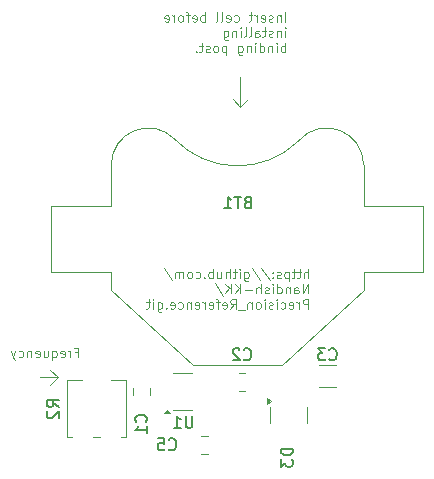
<source format=gbr>
%TF.GenerationSoftware,KiCad,Pcbnew,9.0.0*%
%TF.CreationDate,2025-07-13T02:11:53+05:30*%
%TF.ProjectId,REF03,52454630-332e-46b6-9963-61645f706362,rev?*%
%TF.SameCoordinates,Original*%
%TF.FileFunction,Legend,Bot*%
%TF.FilePolarity,Positive*%
%FSLAX46Y46*%
G04 Gerber Fmt 4.6, Leading zero omitted, Abs format (unit mm)*
G04 Created by KiCad (PCBNEW 9.0.0) date 2025-07-13 02:11:53*
%MOMM*%
%LPD*%
G01*
G04 APERTURE LIST*
%ADD10C,0.100000*%
%ADD11C,0.150000*%
%ADD12C,0.120000*%
G04 APERTURE END LIST*
D10*
X-15227300Y-10807700D02*
X-15862300Y-10172700D01*
X254000Y12128500D02*
X889000Y12763500D01*
X-16719550Y-10807700D02*
X-15227300Y-10807700D01*
X889000Y12763500D02*
X254000Y12128500D01*
X-15862300Y-10172700D02*
X-15227300Y-10807700D01*
X-15227300Y-10807700D02*
X-15862300Y-11442700D01*
X254000Y12128500D02*
X-381000Y12763500D01*
X254000Y14605000D02*
X254000Y12128500D01*
X-381000Y12763500D02*
X254000Y12128500D01*
X-15862300Y-11442700D02*
X-15227300Y-10807700D01*
X4061734Y19316014D02*
X4061734Y20116014D01*
X3680782Y19849348D02*
X3680782Y19316014D01*
X3680782Y19773157D02*
X3642687Y19811252D01*
X3642687Y19811252D02*
X3566497Y19849348D01*
X3566497Y19849348D02*
X3452211Y19849348D01*
X3452211Y19849348D02*
X3376020Y19811252D01*
X3376020Y19811252D02*
X3337925Y19735062D01*
X3337925Y19735062D02*
X3337925Y19316014D01*
X2995068Y19354110D02*
X2918877Y19316014D01*
X2918877Y19316014D02*
X2766496Y19316014D01*
X2766496Y19316014D02*
X2690306Y19354110D01*
X2690306Y19354110D02*
X2652210Y19430300D01*
X2652210Y19430300D02*
X2652210Y19468395D01*
X2652210Y19468395D02*
X2690306Y19544586D01*
X2690306Y19544586D02*
X2766496Y19582681D01*
X2766496Y19582681D02*
X2880782Y19582681D01*
X2880782Y19582681D02*
X2956972Y19620776D01*
X2956972Y19620776D02*
X2995068Y19696967D01*
X2995068Y19696967D02*
X2995068Y19735062D01*
X2995068Y19735062D02*
X2956972Y19811252D01*
X2956972Y19811252D02*
X2880782Y19849348D01*
X2880782Y19849348D02*
X2766496Y19849348D01*
X2766496Y19849348D02*
X2690306Y19811252D01*
X2004591Y19354110D02*
X2080782Y19316014D01*
X2080782Y19316014D02*
X2233163Y19316014D01*
X2233163Y19316014D02*
X2309353Y19354110D01*
X2309353Y19354110D02*
X2347449Y19430300D01*
X2347449Y19430300D02*
X2347449Y19735062D01*
X2347449Y19735062D02*
X2309353Y19811252D01*
X2309353Y19811252D02*
X2233163Y19849348D01*
X2233163Y19849348D02*
X2080782Y19849348D01*
X2080782Y19849348D02*
X2004591Y19811252D01*
X2004591Y19811252D02*
X1966496Y19735062D01*
X1966496Y19735062D02*
X1966496Y19658871D01*
X1966496Y19658871D02*
X2347449Y19582681D01*
X1623639Y19316014D02*
X1623639Y19849348D01*
X1623639Y19696967D02*
X1585544Y19773157D01*
X1585544Y19773157D02*
X1547449Y19811252D01*
X1547449Y19811252D02*
X1471258Y19849348D01*
X1471258Y19849348D02*
X1395068Y19849348D01*
X1242687Y19849348D02*
X937925Y19849348D01*
X1128401Y20116014D02*
X1128401Y19430300D01*
X1128401Y19430300D02*
X1090306Y19354110D01*
X1090306Y19354110D02*
X1014116Y19316014D01*
X1014116Y19316014D02*
X937925Y19316014D01*
X-281122Y19354110D02*
X-204931Y19316014D01*
X-204931Y19316014D02*
X-52550Y19316014D01*
X-52550Y19316014D02*
X23639Y19354110D01*
X23639Y19354110D02*
X61734Y19392205D01*
X61734Y19392205D02*
X99830Y19468395D01*
X99830Y19468395D02*
X99830Y19696967D01*
X99830Y19696967D02*
X61734Y19773157D01*
X61734Y19773157D02*
X23639Y19811252D01*
X23639Y19811252D02*
X-52550Y19849348D01*
X-52550Y19849348D02*
X-204931Y19849348D01*
X-204931Y19849348D02*
X-281122Y19811252D01*
X-928741Y19354110D02*
X-852550Y19316014D01*
X-852550Y19316014D02*
X-700169Y19316014D01*
X-700169Y19316014D02*
X-623979Y19354110D01*
X-623979Y19354110D02*
X-585883Y19430300D01*
X-585883Y19430300D02*
X-585883Y19735062D01*
X-585883Y19735062D02*
X-623979Y19811252D01*
X-623979Y19811252D02*
X-700169Y19849348D01*
X-700169Y19849348D02*
X-852550Y19849348D01*
X-852550Y19849348D02*
X-928741Y19811252D01*
X-928741Y19811252D02*
X-966836Y19735062D01*
X-966836Y19735062D02*
X-966836Y19658871D01*
X-966836Y19658871D02*
X-585883Y19582681D01*
X-1423978Y19316014D02*
X-1347788Y19354110D01*
X-1347788Y19354110D02*
X-1309693Y19430300D01*
X-1309693Y19430300D02*
X-1309693Y20116014D01*
X-1843026Y19316014D02*
X-1766836Y19354110D01*
X-1766836Y19354110D02*
X-1728741Y19430300D01*
X-1728741Y19430300D02*
X-1728741Y20116014D01*
X-2757313Y19316014D02*
X-2757313Y20116014D01*
X-2757313Y19811252D02*
X-2833503Y19849348D01*
X-2833503Y19849348D02*
X-2985884Y19849348D01*
X-2985884Y19849348D02*
X-3062075Y19811252D01*
X-3062075Y19811252D02*
X-3100170Y19773157D01*
X-3100170Y19773157D02*
X-3138265Y19696967D01*
X-3138265Y19696967D02*
X-3138265Y19468395D01*
X-3138265Y19468395D02*
X-3100170Y19392205D01*
X-3100170Y19392205D02*
X-3062075Y19354110D01*
X-3062075Y19354110D02*
X-2985884Y19316014D01*
X-2985884Y19316014D02*
X-2833503Y19316014D01*
X-2833503Y19316014D02*
X-2757313Y19354110D01*
X-3785885Y19354110D02*
X-3709694Y19316014D01*
X-3709694Y19316014D02*
X-3557313Y19316014D01*
X-3557313Y19316014D02*
X-3481123Y19354110D01*
X-3481123Y19354110D02*
X-3443027Y19430300D01*
X-3443027Y19430300D02*
X-3443027Y19735062D01*
X-3443027Y19735062D02*
X-3481123Y19811252D01*
X-3481123Y19811252D02*
X-3557313Y19849348D01*
X-3557313Y19849348D02*
X-3709694Y19849348D01*
X-3709694Y19849348D02*
X-3785885Y19811252D01*
X-3785885Y19811252D02*
X-3823980Y19735062D01*
X-3823980Y19735062D02*
X-3823980Y19658871D01*
X-3823980Y19658871D02*
X-3443027Y19582681D01*
X-4052551Y19849348D02*
X-4357313Y19849348D01*
X-4166837Y19316014D02*
X-4166837Y20001729D01*
X-4166837Y20001729D02*
X-4204932Y20077919D01*
X-4204932Y20077919D02*
X-4281122Y20116014D01*
X-4281122Y20116014D02*
X-4357313Y20116014D01*
X-4738265Y19316014D02*
X-4662075Y19354110D01*
X-4662075Y19354110D02*
X-4623980Y19392205D01*
X-4623980Y19392205D02*
X-4585884Y19468395D01*
X-4585884Y19468395D02*
X-4585884Y19696967D01*
X-4585884Y19696967D02*
X-4623980Y19773157D01*
X-4623980Y19773157D02*
X-4662075Y19811252D01*
X-4662075Y19811252D02*
X-4738265Y19849348D01*
X-4738265Y19849348D02*
X-4852551Y19849348D01*
X-4852551Y19849348D02*
X-4928742Y19811252D01*
X-4928742Y19811252D02*
X-4966837Y19773157D01*
X-4966837Y19773157D02*
X-5004932Y19696967D01*
X-5004932Y19696967D02*
X-5004932Y19468395D01*
X-5004932Y19468395D02*
X-4966837Y19392205D01*
X-4966837Y19392205D02*
X-4928742Y19354110D01*
X-4928742Y19354110D02*
X-4852551Y19316014D01*
X-4852551Y19316014D02*
X-4738265Y19316014D01*
X-5347790Y19316014D02*
X-5347790Y19849348D01*
X-5347790Y19696967D02*
X-5385885Y19773157D01*
X-5385885Y19773157D02*
X-5423980Y19811252D01*
X-5423980Y19811252D02*
X-5500171Y19849348D01*
X-5500171Y19849348D02*
X-5576361Y19849348D01*
X-6147790Y19354110D02*
X-6071599Y19316014D01*
X-6071599Y19316014D02*
X-5919218Y19316014D01*
X-5919218Y19316014D02*
X-5843028Y19354110D01*
X-5843028Y19354110D02*
X-5804932Y19430300D01*
X-5804932Y19430300D02*
X-5804932Y19735062D01*
X-5804932Y19735062D02*
X-5843028Y19811252D01*
X-5843028Y19811252D02*
X-5919218Y19849348D01*
X-5919218Y19849348D02*
X-6071599Y19849348D01*
X-6071599Y19849348D02*
X-6147790Y19811252D01*
X-6147790Y19811252D02*
X-6185885Y19735062D01*
X-6185885Y19735062D02*
X-6185885Y19658871D01*
X-6185885Y19658871D02*
X-5804932Y19582681D01*
X4061734Y18028059D02*
X4061734Y18561393D01*
X4061734Y18828059D02*
X4099830Y18789964D01*
X4099830Y18789964D02*
X4061734Y18751869D01*
X4061734Y18751869D02*
X4023639Y18789964D01*
X4023639Y18789964D02*
X4061734Y18828059D01*
X4061734Y18828059D02*
X4061734Y18751869D01*
X3680782Y18561393D02*
X3680782Y18028059D01*
X3680782Y18485202D02*
X3642687Y18523297D01*
X3642687Y18523297D02*
X3566497Y18561393D01*
X3566497Y18561393D02*
X3452211Y18561393D01*
X3452211Y18561393D02*
X3376020Y18523297D01*
X3376020Y18523297D02*
X3337925Y18447107D01*
X3337925Y18447107D02*
X3337925Y18028059D01*
X2995068Y18066155D02*
X2918877Y18028059D01*
X2918877Y18028059D02*
X2766496Y18028059D01*
X2766496Y18028059D02*
X2690306Y18066155D01*
X2690306Y18066155D02*
X2652210Y18142345D01*
X2652210Y18142345D02*
X2652210Y18180440D01*
X2652210Y18180440D02*
X2690306Y18256631D01*
X2690306Y18256631D02*
X2766496Y18294726D01*
X2766496Y18294726D02*
X2880782Y18294726D01*
X2880782Y18294726D02*
X2956972Y18332821D01*
X2956972Y18332821D02*
X2995068Y18409012D01*
X2995068Y18409012D02*
X2995068Y18447107D01*
X2995068Y18447107D02*
X2956972Y18523297D01*
X2956972Y18523297D02*
X2880782Y18561393D01*
X2880782Y18561393D02*
X2766496Y18561393D01*
X2766496Y18561393D02*
X2690306Y18523297D01*
X2423639Y18561393D02*
X2118877Y18561393D01*
X2309353Y18828059D02*
X2309353Y18142345D01*
X2309353Y18142345D02*
X2271258Y18066155D01*
X2271258Y18066155D02*
X2195068Y18028059D01*
X2195068Y18028059D02*
X2118877Y18028059D01*
X1509353Y18028059D02*
X1509353Y18447107D01*
X1509353Y18447107D02*
X1547448Y18523297D01*
X1547448Y18523297D02*
X1623639Y18561393D01*
X1623639Y18561393D02*
X1776020Y18561393D01*
X1776020Y18561393D02*
X1852210Y18523297D01*
X1509353Y18066155D02*
X1585544Y18028059D01*
X1585544Y18028059D02*
X1776020Y18028059D01*
X1776020Y18028059D02*
X1852210Y18066155D01*
X1852210Y18066155D02*
X1890306Y18142345D01*
X1890306Y18142345D02*
X1890306Y18218535D01*
X1890306Y18218535D02*
X1852210Y18294726D01*
X1852210Y18294726D02*
X1776020Y18332821D01*
X1776020Y18332821D02*
X1585544Y18332821D01*
X1585544Y18332821D02*
X1509353Y18370916D01*
X1014115Y18028059D02*
X1090305Y18066155D01*
X1090305Y18066155D02*
X1128400Y18142345D01*
X1128400Y18142345D02*
X1128400Y18828059D01*
X595067Y18028059D02*
X671257Y18066155D01*
X671257Y18066155D02*
X709352Y18142345D01*
X709352Y18142345D02*
X709352Y18828059D01*
X290304Y18028059D02*
X290304Y18561393D01*
X290304Y18828059D02*
X328400Y18789964D01*
X328400Y18789964D02*
X290304Y18751869D01*
X290304Y18751869D02*
X252209Y18789964D01*
X252209Y18789964D02*
X290304Y18828059D01*
X290304Y18828059D02*
X290304Y18751869D01*
X-90647Y18561393D02*
X-90647Y18028059D01*
X-90647Y18485202D02*
X-128742Y18523297D01*
X-128742Y18523297D02*
X-204932Y18561393D01*
X-204932Y18561393D02*
X-319218Y18561393D01*
X-319218Y18561393D02*
X-395409Y18523297D01*
X-395409Y18523297D02*
X-433504Y18447107D01*
X-433504Y18447107D02*
X-433504Y18028059D01*
X-1157314Y18561393D02*
X-1157314Y17913774D01*
X-1157314Y17913774D02*
X-1119219Y17837583D01*
X-1119219Y17837583D02*
X-1081123Y17799488D01*
X-1081123Y17799488D02*
X-1004933Y17761393D01*
X-1004933Y17761393D02*
X-890647Y17761393D01*
X-890647Y17761393D02*
X-814457Y17799488D01*
X-1157314Y18066155D02*
X-1081123Y18028059D01*
X-1081123Y18028059D02*
X-928742Y18028059D01*
X-928742Y18028059D02*
X-852552Y18066155D01*
X-852552Y18066155D02*
X-814457Y18104250D01*
X-814457Y18104250D02*
X-776361Y18180440D01*
X-776361Y18180440D02*
X-776361Y18409012D01*
X-776361Y18409012D02*
X-814457Y18485202D01*
X-814457Y18485202D02*
X-852552Y18523297D01*
X-852552Y18523297D02*
X-928742Y18561393D01*
X-928742Y18561393D02*
X-1081123Y18561393D01*
X-1081123Y18561393D02*
X-1157314Y18523297D01*
X4061734Y16740104D02*
X4061734Y17540104D01*
X4061734Y17235342D02*
X3985544Y17273438D01*
X3985544Y17273438D02*
X3833163Y17273438D01*
X3833163Y17273438D02*
X3756972Y17235342D01*
X3756972Y17235342D02*
X3718877Y17197247D01*
X3718877Y17197247D02*
X3680782Y17121057D01*
X3680782Y17121057D02*
X3680782Y16892485D01*
X3680782Y16892485D02*
X3718877Y16816295D01*
X3718877Y16816295D02*
X3756972Y16778200D01*
X3756972Y16778200D02*
X3833163Y16740104D01*
X3833163Y16740104D02*
X3985544Y16740104D01*
X3985544Y16740104D02*
X4061734Y16778200D01*
X3337924Y16740104D02*
X3337924Y17273438D01*
X3337924Y17540104D02*
X3376020Y17502009D01*
X3376020Y17502009D02*
X3337924Y17463914D01*
X3337924Y17463914D02*
X3299829Y17502009D01*
X3299829Y17502009D02*
X3337924Y17540104D01*
X3337924Y17540104D02*
X3337924Y17463914D01*
X2956972Y17273438D02*
X2956972Y16740104D01*
X2956972Y17197247D02*
X2918877Y17235342D01*
X2918877Y17235342D02*
X2842687Y17273438D01*
X2842687Y17273438D02*
X2728401Y17273438D01*
X2728401Y17273438D02*
X2652210Y17235342D01*
X2652210Y17235342D02*
X2614115Y17159152D01*
X2614115Y17159152D02*
X2614115Y16740104D01*
X1890305Y16740104D02*
X1890305Y17540104D01*
X1890305Y16778200D02*
X1966496Y16740104D01*
X1966496Y16740104D02*
X2118877Y16740104D01*
X2118877Y16740104D02*
X2195067Y16778200D01*
X2195067Y16778200D02*
X2233162Y16816295D01*
X2233162Y16816295D02*
X2271258Y16892485D01*
X2271258Y16892485D02*
X2271258Y17121057D01*
X2271258Y17121057D02*
X2233162Y17197247D01*
X2233162Y17197247D02*
X2195067Y17235342D01*
X2195067Y17235342D02*
X2118877Y17273438D01*
X2118877Y17273438D02*
X1966496Y17273438D01*
X1966496Y17273438D02*
X1890305Y17235342D01*
X1509352Y16740104D02*
X1509352Y17273438D01*
X1509352Y17540104D02*
X1547448Y17502009D01*
X1547448Y17502009D02*
X1509352Y17463914D01*
X1509352Y17463914D02*
X1471257Y17502009D01*
X1471257Y17502009D02*
X1509352Y17540104D01*
X1509352Y17540104D02*
X1509352Y17463914D01*
X1128400Y17273438D02*
X1128400Y16740104D01*
X1128400Y17197247D02*
X1090305Y17235342D01*
X1090305Y17235342D02*
X1014115Y17273438D01*
X1014115Y17273438D02*
X899829Y17273438D01*
X899829Y17273438D02*
X823638Y17235342D01*
X823638Y17235342D02*
X785543Y17159152D01*
X785543Y17159152D02*
X785543Y16740104D01*
X61733Y17273438D02*
X61733Y16625819D01*
X61733Y16625819D02*
X99828Y16549628D01*
X99828Y16549628D02*
X137924Y16511533D01*
X137924Y16511533D02*
X214114Y16473438D01*
X214114Y16473438D02*
X328400Y16473438D01*
X328400Y16473438D02*
X404590Y16511533D01*
X61733Y16778200D02*
X137924Y16740104D01*
X137924Y16740104D02*
X290305Y16740104D01*
X290305Y16740104D02*
X366495Y16778200D01*
X366495Y16778200D02*
X404590Y16816295D01*
X404590Y16816295D02*
X442686Y16892485D01*
X442686Y16892485D02*
X442686Y17121057D01*
X442686Y17121057D02*
X404590Y17197247D01*
X404590Y17197247D02*
X366495Y17235342D01*
X366495Y17235342D02*
X290305Y17273438D01*
X290305Y17273438D02*
X137924Y17273438D01*
X137924Y17273438D02*
X61733Y17235342D01*
X-928743Y17273438D02*
X-928743Y16473438D01*
X-928743Y17235342D02*
X-1004933Y17273438D01*
X-1004933Y17273438D02*
X-1157314Y17273438D01*
X-1157314Y17273438D02*
X-1233505Y17235342D01*
X-1233505Y17235342D02*
X-1271600Y17197247D01*
X-1271600Y17197247D02*
X-1309695Y17121057D01*
X-1309695Y17121057D02*
X-1309695Y16892485D01*
X-1309695Y16892485D02*
X-1271600Y16816295D01*
X-1271600Y16816295D02*
X-1233505Y16778200D01*
X-1233505Y16778200D02*
X-1157314Y16740104D01*
X-1157314Y16740104D02*
X-1004933Y16740104D01*
X-1004933Y16740104D02*
X-928743Y16778200D01*
X-1766838Y16740104D02*
X-1690648Y16778200D01*
X-1690648Y16778200D02*
X-1652553Y16816295D01*
X-1652553Y16816295D02*
X-1614457Y16892485D01*
X-1614457Y16892485D02*
X-1614457Y17121057D01*
X-1614457Y17121057D02*
X-1652553Y17197247D01*
X-1652553Y17197247D02*
X-1690648Y17235342D01*
X-1690648Y17235342D02*
X-1766838Y17273438D01*
X-1766838Y17273438D02*
X-1881124Y17273438D01*
X-1881124Y17273438D02*
X-1957315Y17235342D01*
X-1957315Y17235342D02*
X-1995410Y17197247D01*
X-1995410Y17197247D02*
X-2033505Y17121057D01*
X-2033505Y17121057D02*
X-2033505Y16892485D01*
X-2033505Y16892485D02*
X-1995410Y16816295D01*
X-1995410Y16816295D02*
X-1957315Y16778200D01*
X-1957315Y16778200D02*
X-1881124Y16740104D01*
X-1881124Y16740104D02*
X-1766838Y16740104D01*
X-2338267Y16778200D02*
X-2414458Y16740104D01*
X-2414458Y16740104D02*
X-2566839Y16740104D01*
X-2566839Y16740104D02*
X-2643029Y16778200D01*
X-2643029Y16778200D02*
X-2681125Y16854390D01*
X-2681125Y16854390D02*
X-2681125Y16892485D01*
X-2681125Y16892485D02*
X-2643029Y16968676D01*
X-2643029Y16968676D02*
X-2566839Y17006771D01*
X-2566839Y17006771D02*
X-2452553Y17006771D01*
X-2452553Y17006771D02*
X-2376363Y17044866D01*
X-2376363Y17044866D02*
X-2338267Y17121057D01*
X-2338267Y17121057D02*
X-2338267Y17159152D01*
X-2338267Y17159152D02*
X-2376363Y17235342D01*
X-2376363Y17235342D02*
X-2452553Y17273438D01*
X-2452553Y17273438D02*
X-2566839Y17273438D01*
X-2566839Y17273438D02*
X-2643029Y17235342D01*
X-2909696Y17273438D02*
X-3214458Y17273438D01*
X-3023982Y17540104D02*
X-3023982Y16854390D01*
X-3023982Y16854390D02*
X-3062077Y16778200D01*
X-3062077Y16778200D02*
X-3138267Y16740104D01*
X-3138267Y16740104D02*
X-3214458Y16740104D01*
X-3481125Y16816295D02*
X-3519220Y16778200D01*
X-3519220Y16778200D02*
X-3481125Y16740104D01*
X-3481125Y16740104D02*
X-3443029Y16778200D01*
X-3443029Y16778200D02*
X-3481125Y16816295D01*
X-3481125Y16816295D02*
X-3481125Y16740104D01*
X5992134Y-2400985D02*
X5992134Y-1600985D01*
X5649277Y-2400985D02*
X5649277Y-1981937D01*
X5649277Y-1981937D02*
X5687372Y-1905747D01*
X5687372Y-1905747D02*
X5763563Y-1867651D01*
X5763563Y-1867651D02*
X5877849Y-1867651D01*
X5877849Y-1867651D02*
X5954039Y-1905747D01*
X5954039Y-1905747D02*
X5992134Y-1943842D01*
X5382610Y-1867651D02*
X5077848Y-1867651D01*
X5268324Y-1600985D02*
X5268324Y-2286699D01*
X5268324Y-2286699D02*
X5230229Y-2362890D01*
X5230229Y-2362890D02*
X5154039Y-2400985D01*
X5154039Y-2400985D02*
X5077848Y-2400985D01*
X4925467Y-1867651D02*
X4620705Y-1867651D01*
X4811181Y-1600985D02*
X4811181Y-2286699D01*
X4811181Y-2286699D02*
X4773086Y-2362890D01*
X4773086Y-2362890D02*
X4696896Y-2400985D01*
X4696896Y-2400985D02*
X4620705Y-2400985D01*
X4354038Y-1867651D02*
X4354038Y-2667651D01*
X4354038Y-1905747D02*
X4277848Y-1867651D01*
X4277848Y-1867651D02*
X4125467Y-1867651D01*
X4125467Y-1867651D02*
X4049276Y-1905747D01*
X4049276Y-1905747D02*
X4011181Y-1943842D01*
X4011181Y-1943842D02*
X3973086Y-2020032D01*
X3973086Y-2020032D02*
X3973086Y-2248604D01*
X3973086Y-2248604D02*
X4011181Y-2324794D01*
X4011181Y-2324794D02*
X4049276Y-2362890D01*
X4049276Y-2362890D02*
X4125467Y-2400985D01*
X4125467Y-2400985D02*
X4277848Y-2400985D01*
X4277848Y-2400985D02*
X4354038Y-2362890D01*
X3668324Y-2362890D02*
X3592133Y-2400985D01*
X3592133Y-2400985D02*
X3439752Y-2400985D01*
X3439752Y-2400985D02*
X3363562Y-2362890D01*
X3363562Y-2362890D02*
X3325466Y-2286699D01*
X3325466Y-2286699D02*
X3325466Y-2248604D01*
X3325466Y-2248604D02*
X3363562Y-2172413D01*
X3363562Y-2172413D02*
X3439752Y-2134318D01*
X3439752Y-2134318D02*
X3554038Y-2134318D01*
X3554038Y-2134318D02*
X3630228Y-2096223D01*
X3630228Y-2096223D02*
X3668324Y-2020032D01*
X3668324Y-2020032D02*
X3668324Y-1981937D01*
X3668324Y-1981937D02*
X3630228Y-1905747D01*
X3630228Y-1905747D02*
X3554038Y-1867651D01*
X3554038Y-1867651D02*
X3439752Y-1867651D01*
X3439752Y-1867651D02*
X3363562Y-1905747D01*
X2982609Y-2324794D02*
X2944514Y-2362890D01*
X2944514Y-2362890D02*
X2982609Y-2400985D01*
X2982609Y-2400985D02*
X3020705Y-2362890D01*
X3020705Y-2362890D02*
X2982609Y-2324794D01*
X2982609Y-2324794D02*
X2982609Y-2400985D01*
X2982609Y-1905747D02*
X2944514Y-1943842D01*
X2944514Y-1943842D02*
X2982609Y-1981937D01*
X2982609Y-1981937D02*
X3020705Y-1943842D01*
X3020705Y-1943842D02*
X2982609Y-1905747D01*
X2982609Y-1905747D02*
X2982609Y-1981937D01*
X2030229Y-1562890D02*
X2715943Y-2591461D01*
X1192134Y-1562890D02*
X1877848Y-2591461D01*
X582610Y-1867651D02*
X582610Y-2515270D01*
X582610Y-2515270D02*
X620705Y-2591461D01*
X620705Y-2591461D02*
X658801Y-2629556D01*
X658801Y-2629556D02*
X734991Y-2667651D01*
X734991Y-2667651D02*
X849277Y-2667651D01*
X849277Y-2667651D02*
X925467Y-2629556D01*
X582610Y-2362890D02*
X658801Y-2400985D01*
X658801Y-2400985D02*
X811182Y-2400985D01*
X811182Y-2400985D02*
X887372Y-2362890D01*
X887372Y-2362890D02*
X925467Y-2324794D01*
X925467Y-2324794D02*
X963563Y-2248604D01*
X963563Y-2248604D02*
X963563Y-2020032D01*
X963563Y-2020032D02*
X925467Y-1943842D01*
X925467Y-1943842D02*
X887372Y-1905747D01*
X887372Y-1905747D02*
X811182Y-1867651D01*
X811182Y-1867651D02*
X658801Y-1867651D01*
X658801Y-1867651D02*
X582610Y-1905747D01*
X201657Y-2400985D02*
X201657Y-1867651D01*
X201657Y-1600985D02*
X239753Y-1639080D01*
X239753Y-1639080D02*
X201657Y-1677175D01*
X201657Y-1677175D02*
X163562Y-1639080D01*
X163562Y-1639080D02*
X201657Y-1600985D01*
X201657Y-1600985D02*
X201657Y-1677175D01*
X-65008Y-1867651D02*
X-369770Y-1867651D01*
X-179294Y-1600985D02*
X-179294Y-2286699D01*
X-179294Y-2286699D02*
X-217389Y-2362890D01*
X-217389Y-2362890D02*
X-293579Y-2400985D01*
X-293579Y-2400985D02*
X-369770Y-2400985D01*
X-636437Y-2400985D02*
X-636437Y-1600985D01*
X-979294Y-2400985D02*
X-979294Y-1981937D01*
X-979294Y-1981937D02*
X-941199Y-1905747D01*
X-941199Y-1905747D02*
X-865008Y-1867651D01*
X-865008Y-1867651D02*
X-750722Y-1867651D01*
X-750722Y-1867651D02*
X-674532Y-1905747D01*
X-674532Y-1905747D02*
X-636437Y-1943842D01*
X-1703104Y-1867651D02*
X-1703104Y-2400985D01*
X-1360247Y-1867651D02*
X-1360247Y-2286699D01*
X-1360247Y-2286699D02*
X-1398342Y-2362890D01*
X-1398342Y-2362890D02*
X-1474532Y-2400985D01*
X-1474532Y-2400985D02*
X-1588818Y-2400985D01*
X-1588818Y-2400985D02*
X-1665009Y-2362890D01*
X-1665009Y-2362890D02*
X-1703104Y-2324794D01*
X-2084057Y-2400985D02*
X-2084057Y-1600985D01*
X-2084057Y-1905747D02*
X-2160247Y-1867651D01*
X-2160247Y-1867651D02*
X-2312628Y-1867651D01*
X-2312628Y-1867651D02*
X-2388819Y-1905747D01*
X-2388819Y-1905747D02*
X-2426914Y-1943842D01*
X-2426914Y-1943842D02*
X-2465009Y-2020032D01*
X-2465009Y-2020032D02*
X-2465009Y-2248604D01*
X-2465009Y-2248604D02*
X-2426914Y-2324794D01*
X-2426914Y-2324794D02*
X-2388819Y-2362890D01*
X-2388819Y-2362890D02*
X-2312628Y-2400985D01*
X-2312628Y-2400985D02*
X-2160247Y-2400985D01*
X-2160247Y-2400985D02*
X-2084057Y-2362890D01*
X-2807867Y-2324794D02*
X-2845962Y-2362890D01*
X-2845962Y-2362890D02*
X-2807867Y-2400985D01*
X-2807867Y-2400985D02*
X-2769771Y-2362890D01*
X-2769771Y-2362890D02*
X-2807867Y-2324794D01*
X-2807867Y-2324794D02*
X-2807867Y-2400985D01*
X-3531676Y-2362890D02*
X-3455485Y-2400985D01*
X-3455485Y-2400985D02*
X-3303104Y-2400985D01*
X-3303104Y-2400985D02*
X-3226914Y-2362890D01*
X-3226914Y-2362890D02*
X-3188819Y-2324794D01*
X-3188819Y-2324794D02*
X-3150723Y-2248604D01*
X-3150723Y-2248604D02*
X-3150723Y-2020032D01*
X-3150723Y-2020032D02*
X-3188819Y-1943842D01*
X-3188819Y-1943842D02*
X-3226914Y-1905747D01*
X-3226914Y-1905747D02*
X-3303104Y-1867651D01*
X-3303104Y-1867651D02*
X-3455485Y-1867651D01*
X-3455485Y-1867651D02*
X-3531676Y-1905747D01*
X-3988818Y-2400985D02*
X-3912628Y-2362890D01*
X-3912628Y-2362890D02*
X-3874533Y-2324794D01*
X-3874533Y-2324794D02*
X-3836437Y-2248604D01*
X-3836437Y-2248604D02*
X-3836437Y-2020032D01*
X-3836437Y-2020032D02*
X-3874533Y-1943842D01*
X-3874533Y-1943842D02*
X-3912628Y-1905747D01*
X-3912628Y-1905747D02*
X-3988818Y-1867651D01*
X-3988818Y-1867651D02*
X-4103104Y-1867651D01*
X-4103104Y-1867651D02*
X-4179295Y-1905747D01*
X-4179295Y-1905747D02*
X-4217390Y-1943842D01*
X-4217390Y-1943842D02*
X-4255485Y-2020032D01*
X-4255485Y-2020032D02*
X-4255485Y-2248604D01*
X-4255485Y-2248604D02*
X-4217390Y-2324794D01*
X-4217390Y-2324794D02*
X-4179295Y-2362890D01*
X-4179295Y-2362890D02*
X-4103104Y-2400985D01*
X-4103104Y-2400985D02*
X-3988818Y-2400985D01*
X-4598343Y-2400985D02*
X-4598343Y-1867651D01*
X-4598343Y-1943842D02*
X-4636438Y-1905747D01*
X-4636438Y-1905747D02*
X-4712628Y-1867651D01*
X-4712628Y-1867651D02*
X-4826914Y-1867651D01*
X-4826914Y-1867651D02*
X-4903105Y-1905747D01*
X-4903105Y-1905747D02*
X-4941200Y-1981937D01*
X-4941200Y-1981937D02*
X-4941200Y-2400985D01*
X-4941200Y-1981937D02*
X-4979295Y-1905747D01*
X-4979295Y-1905747D02*
X-5055486Y-1867651D01*
X-5055486Y-1867651D02*
X-5169771Y-1867651D01*
X-5169771Y-1867651D02*
X-5245962Y-1905747D01*
X-5245962Y-1905747D02*
X-5284057Y-1981937D01*
X-5284057Y-1981937D02*
X-5284057Y-2400985D01*
X-6236438Y-1562890D02*
X-5550724Y-2591461D01*
X5992134Y-3688940D02*
X5992134Y-2888940D01*
X5992134Y-2888940D02*
X5534991Y-3688940D01*
X5534991Y-3688940D02*
X5534991Y-2888940D01*
X4811182Y-3688940D02*
X4811182Y-3269892D01*
X4811182Y-3269892D02*
X4849277Y-3193702D01*
X4849277Y-3193702D02*
X4925468Y-3155606D01*
X4925468Y-3155606D02*
X5077849Y-3155606D01*
X5077849Y-3155606D02*
X5154039Y-3193702D01*
X4811182Y-3650845D02*
X4887373Y-3688940D01*
X4887373Y-3688940D02*
X5077849Y-3688940D01*
X5077849Y-3688940D02*
X5154039Y-3650845D01*
X5154039Y-3650845D02*
X5192135Y-3574654D01*
X5192135Y-3574654D02*
X5192135Y-3498464D01*
X5192135Y-3498464D02*
X5154039Y-3422273D01*
X5154039Y-3422273D02*
X5077849Y-3384178D01*
X5077849Y-3384178D02*
X4887373Y-3384178D01*
X4887373Y-3384178D02*
X4811182Y-3346083D01*
X4430229Y-3155606D02*
X4430229Y-3688940D01*
X4430229Y-3231797D02*
X4392134Y-3193702D01*
X4392134Y-3193702D02*
X4315944Y-3155606D01*
X4315944Y-3155606D02*
X4201658Y-3155606D01*
X4201658Y-3155606D02*
X4125467Y-3193702D01*
X4125467Y-3193702D02*
X4087372Y-3269892D01*
X4087372Y-3269892D02*
X4087372Y-3688940D01*
X3363562Y-3688940D02*
X3363562Y-2888940D01*
X3363562Y-3650845D02*
X3439753Y-3688940D01*
X3439753Y-3688940D02*
X3592134Y-3688940D01*
X3592134Y-3688940D02*
X3668324Y-3650845D01*
X3668324Y-3650845D02*
X3706419Y-3612749D01*
X3706419Y-3612749D02*
X3744515Y-3536559D01*
X3744515Y-3536559D02*
X3744515Y-3307987D01*
X3744515Y-3307987D02*
X3706419Y-3231797D01*
X3706419Y-3231797D02*
X3668324Y-3193702D01*
X3668324Y-3193702D02*
X3592134Y-3155606D01*
X3592134Y-3155606D02*
X3439753Y-3155606D01*
X3439753Y-3155606D02*
X3363562Y-3193702D01*
X2982609Y-3688940D02*
X2982609Y-3155606D01*
X2982609Y-2888940D02*
X3020705Y-2927035D01*
X3020705Y-2927035D02*
X2982609Y-2965130D01*
X2982609Y-2965130D02*
X2944514Y-2927035D01*
X2944514Y-2927035D02*
X2982609Y-2888940D01*
X2982609Y-2888940D02*
X2982609Y-2965130D01*
X2639753Y-3650845D02*
X2563562Y-3688940D01*
X2563562Y-3688940D02*
X2411181Y-3688940D01*
X2411181Y-3688940D02*
X2334991Y-3650845D01*
X2334991Y-3650845D02*
X2296895Y-3574654D01*
X2296895Y-3574654D02*
X2296895Y-3536559D01*
X2296895Y-3536559D02*
X2334991Y-3460368D01*
X2334991Y-3460368D02*
X2411181Y-3422273D01*
X2411181Y-3422273D02*
X2525467Y-3422273D01*
X2525467Y-3422273D02*
X2601657Y-3384178D01*
X2601657Y-3384178D02*
X2639753Y-3307987D01*
X2639753Y-3307987D02*
X2639753Y-3269892D01*
X2639753Y-3269892D02*
X2601657Y-3193702D01*
X2601657Y-3193702D02*
X2525467Y-3155606D01*
X2525467Y-3155606D02*
X2411181Y-3155606D01*
X2411181Y-3155606D02*
X2334991Y-3193702D01*
X1954038Y-3688940D02*
X1954038Y-2888940D01*
X1611181Y-3688940D02*
X1611181Y-3269892D01*
X1611181Y-3269892D02*
X1649276Y-3193702D01*
X1649276Y-3193702D02*
X1725467Y-3155606D01*
X1725467Y-3155606D02*
X1839753Y-3155606D01*
X1839753Y-3155606D02*
X1915943Y-3193702D01*
X1915943Y-3193702D02*
X1954038Y-3231797D01*
X1230228Y-3384178D02*
X620705Y-3384178D01*
X239752Y-3688940D02*
X239752Y-2888940D01*
X-217390Y-3688940D02*
X125467Y-3231797D01*
X-217390Y-2888940D02*
X239752Y-3346083D01*
X-560247Y-3688940D02*
X-560247Y-2888940D01*
X-1017390Y-3688940D02*
X-674532Y-3231797D01*
X-1017390Y-2888940D02*
X-560247Y-3346083D01*
X-1931675Y-2850845D02*
X-1245961Y-3879416D01*
X5992134Y-4976895D02*
X5992134Y-4176895D01*
X5992134Y-4176895D02*
X5687372Y-4176895D01*
X5687372Y-4176895D02*
X5611182Y-4214990D01*
X5611182Y-4214990D02*
X5573087Y-4253085D01*
X5573087Y-4253085D02*
X5534991Y-4329276D01*
X5534991Y-4329276D02*
X5534991Y-4443561D01*
X5534991Y-4443561D02*
X5573087Y-4519752D01*
X5573087Y-4519752D02*
X5611182Y-4557847D01*
X5611182Y-4557847D02*
X5687372Y-4595942D01*
X5687372Y-4595942D02*
X5992134Y-4595942D01*
X5192134Y-4976895D02*
X5192134Y-4443561D01*
X5192134Y-4595942D02*
X5154039Y-4519752D01*
X5154039Y-4519752D02*
X5115944Y-4481657D01*
X5115944Y-4481657D02*
X5039753Y-4443561D01*
X5039753Y-4443561D02*
X4963563Y-4443561D01*
X4392134Y-4938800D02*
X4468325Y-4976895D01*
X4468325Y-4976895D02*
X4620706Y-4976895D01*
X4620706Y-4976895D02*
X4696896Y-4938800D01*
X4696896Y-4938800D02*
X4734992Y-4862609D01*
X4734992Y-4862609D02*
X4734992Y-4557847D01*
X4734992Y-4557847D02*
X4696896Y-4481657D01*
X4696896Y-4481657D02*
X4620706Y-4443561D01*
X4620706Y-4443561D02*
X4468325Y-4443561D01*
X4468325Y-4443561D02*
X4392134Y-4481657D01*
X4392134Y-4481657D02*
X4354039Y-4557847D01*
X4354039Y-4557847D02*
X4354039Y-4634038D01*
X4354039Y-4634038D02*
X4734992Y-4710228D01*
X3668325Y-4938800D02*
X3744516Y-4976895D01*
X3744516Y-4976895D02*
X3896897Y-4976895D01*
X3896897Y-4976895D02*
X3973087Y-4938800D01*
X3973087Y-4938800D02*
X4011182Y-4900704D01*
X4011182Y-4900704D02*
X4049278Y-4824514D01*
X4049278Y-4824514D02*
X4049278Y-4595942D01*
X4049278Y-4595942D02*
X4011182Y-4519752D01*
X4011182Y-4519752D02*
X3973087Y-4481657D01*
X3973087Y-4481657D02*
X3896897Y-4443561D01*
X3896897Y-4443561D02*
X3744516Y-4443561D01*
X3744516Y-4443561D02*
X3668325Y-4481657D01*
X3325468Y-4976895D02*
X3325468Y-4443561D01*
X3325468Y-4176895D02*
X3363564Y-4214990D01*
X3363564Y-4214990D02*
X3325468Y-4253085D01*
X3325468Y-4253085D02*
X3287373Y-4214990D01*
X3287373Y-4214990D02*
X3325468Y-4176895D01*
X3325468Y-4176895D02*
X3325468Y-4253085D01*
X2982612Y-4938800D02*
X2906421Y-4976895D01*
X2906421Y-4976895D02*
X2754040Y-4976895D01*
X2754040Y-4976895D02*
X2677850Y-4938800D01*
X2677850Y-4938800D02*
X2639754Y-4862609D01*
X2639754Y-4862609D02*
X2639754Y-4824514D01*
X2639754Y-4824514D02*
X2677850Y-4748323D01*
X2677850Y-4748323D02*
X2754040Y-4710228D01*
X2754040Y-4710228D02*
X2868326Y-4710228D01*
X2868326Y-4710228D02*
X2944516Y-4672133D01*
X2944516Y-4672133D02*
X2982612Y-4595942D01*
X2982612Y-4595942D02*
X2982612Y-4557847D01*
X2982612Y-4557847D02*
X2944516Y-4481657D01*
X2944516Y-4481657D02*
X2868326Y-4443561D01*
X2868326Y-4443561D02*
X2754040Y-4443561D01*
X2754040Y-4443561D02*
X2677850Y-4481657D01*
X2296897Y-4976895D02*
X2296897Y-4443561D01*
X2296897Y-4176895D02*
X2334993Y-4214990D01*
X2334993Y-4214990D02*
X2296897Y-4253085D01*
X2296897Y-4253085D02*
X2258802Y-4214990D01*
X2258802Y-4214990D02*
X2296897Y-4176895D01*
X2296897Y-4176895D02*
X2296897Y-4253085D01*
X1801660Y-4976895D02*
X1877850Y-4938800D01*
X1877850Y-4938800D02*
X1915945Y-4900704D01*
X1915945Y-4900704D02*
X1954041Y-4824514D01*
X1954041Y-4824514D02*
X1954041Y-4595942D01*
X1954041Y-4595942D02*
X1915945Y-4519752D01*
X1915945Y-4519752D02*
X1877850Y-4481657D01*
X1877850Y-4481657D02*
X1801660Y-4443561D01*
X1801660Y-4443561D02*
X1687374Y-4443561D01*
X1687374Y-4443561D02*
X1611183Y-4481657D01*
X1611183Y-4481657D02*
X1573088Y-4519752D01*
X1573088Y-4519752D02*
X1534993Y-4595942D01*
X1534993Y-4595942D02*
X1534993Y-4824514D01*
X1534993Y-4824514D02*
X1573088Y-4900704D01*
X1573088Y-4900704D02*
X1611183Y-4938800D01*
X1611183Y-4938800D02*
X1687374Y-4976895D01*
X1687374Y-4976895D02*
X1801660Y-4976895D01*
X1192135Y-4443561D02*
X1192135Y-4976895D01*
X1192135Y-4519752D02*
X1154040Y-4481657D01*
X1154040Y-4481657D02*
X1077850Y-4443561D01*
X1077850Y-4443561D02*
X963564Y-4443561D01*
X963564Y-4443561D02*
X887373Y-4481657D01*
X887373Y-4481657D02*
X849278Y-4557847D01*
X849278Y-4557847D02*
X849278Y-4976895D01*
X658802Y-5053085D02*
X49278Y-5053085D01*
X-598341Y-4976895D02*
X-331674Y-4595942D01*
X-141198Y-4976895D02*
X-141198Y-4176895D01*
X-141198Y-4176895D02*
X-445960Y-4176895D01*
X-445960Y-4176895D02*
X-522150Y-4214990D01*
X-522150Y-4214990D02*
X-560245Y-4253085D01*
X-560245Y-4253085D02*
X-598341Y-4329276D01*
X-598341Y-4329276D02*
X-598341Y-4443561D01*
X-598341Y-4443561D02*
X-560245Y-4519752D01*
X-560245Y-4519752D02*
X-522150Y-4557847D01*
X-522150Y-4557847D02*
X-445960Y-4595942D01*
X-445960Y-4595942D02*
X-141198Y-4595942D01*
X-1245960Y-4938800D02*
X-1169769Y-4976895D01*
X-1169769Y-4976895D02*
X-1017388Y-4976895D01*
X-1017388Y-4976895D02*
X-941198Y-4938800D01*
X-941198Y-4938800D02*
X-903102Y-4862609D01*
X-903102Y-4862609D02*
X-903102Y-4557847D01*
X-903102Y-4557847D02*
X-941198Y-4481657D01*
X-941198Y-4481657D02*
X-1017388Y-4443561D01*
X-1017388Y-4443561D02*
X-1169769Y-4443561D01*
X-1169769Y-4443561D02*
X-1245960Y-4481657D01*
X-1245960Y-4481657D02*
X-1284055Y-4557847D01*
X-1284055Y-4557847D02*
X-1284055Y-4634038D01*
X-1284055Y-4634038D02*
X-903102Y-4710228D01*
X-1512626Y-4443561D02*
X-1817388Y-4443561D01*
X-1626912Y-4976895D02*
X-1626912Y-4291180D01*
X-1626912Y-4291180D02*
X-1665007Y-4214990D01*
X-1665007Y-4214990D02*
X-1741197Y-4176895D01*
X-1741197Y-4176895D02*
X-1817388Y-4176895D01*
X-2388817Y-4938800D02*
X-2312626Y-4976895D01*
X-2312626Y-4976895D02*
X-2160245Y-4976895D01*
X-2160245Y-4976895D02*
X-2084055Y-4938800D01*
X-2084055Y-4938800D02*
X-2045959Y-4862609D01*
X-2045959Y-4862609D02*
X-2045959Y-4557847D01*
X-2045959Y-4557847D02*
X-2084055Y-4481657D01*
X-2084055Y-4481657D02*
X-2160245Y-4443561D01*
X-2160245Y-4443561D02*
X-2312626Y-4443561D01*
X-2312626Y-4443561D02*
X-2388817Y-4481657D01*
X-2388817Y-4481657D02*
X-2426912Y-4557847D01*
X-2426912Y-4557847D02*
X-2426912Y-4634038D01*
X-2426912Y-4634038D02*
X-2045959Y-4710228D01*
X-2769769Y-4976895D02*
X-2769769Y-4443561D01*
X-2769769Y-4595942D02*
X-2807864Y-4519752D01*
X-2807864Y-4519752D02*
X-2845959Y-4481657D01*
X-2845959Y-4481657D02*
X-2922150Y-4443561D01*
X-2922150Y-4443561D02*
X-2998340Y-4443561D01*
X-3569769Y-4938800D02*
X-3493578Y-4976895D01*
X-3493578Y-4976895D02*
X-3341197Y-4976895D01*
X-3341197Y-4976895D02*
X-3265007Y-4938800D01*
X-3265007Y-4938800D02*
X-3226911Y-4862609D01*
X-3226911Y-4862609D02*
X-3226911Y-4557847D01*
X-3226911Y-4557847D02*
X-3265007Y-4481657D01*
X-3265007Y-4481657D02*
X-3341197Y-4443561D01*
X-3341197Y-4443561D02*
X-3493578Y-4443561D01*
X-3493578Y-4443561D02*
X-3569769Y-4481657D01*
X-3569769Y-4481657D02*
X-3607864Y-4557847D01*
X-3607864Y-4557847D02*
X-3607864Y-4634038D01*
X-3607864Y-4634038D02*
X-3226911Y-4710228D01*
X-3950721Y-4443561D02*
X-3950721Y-4976895D01*
X-3950721Y-4519752D02*
X-3988816Y-4481657D01*
X-3988816Y-4481657D02*
X-4065006Y-4443561D01*
X-4065006Y-4443561D02*
X-4179292Y-4443561D01*
X-4179292Y-4443561D02*
X-4255483Y-4481657D01*
X-4255483Y-4481657D02*
X-4293578Y-4557847D01*
X-4293578Y-4557847D02*
X-4293578Y-4976895D01*
X-5017388Y-4938800D02*
X-4941197Y-4976895D01*
X-4941197Y-4976895D02*
X-4788816Y-4976895D01*
X-4788816Y-4976895D02*
X-4712626Y-4938800D01*
X-4712626Y-4938800D02*
X-4674531Y-4900704D01*
X-4674531Y-4900704D02*
X-4636435Y-4824514D01*
X-4636435Y-4824514D02*
X-4636435Y-4595942D01*
X-4636435Y-4595942D02*
X-4674531Y-4519752D01*
X-4674531Y-4519752D02*
X-4712626Y-4481657D01*
X-4712626Y-4481657D02*
X-4788816Y-4443561D01*
X-4788816Y-4443561D02*
X-4941197Y-4443561D01*
X-4941197Y-4443561D02*
X-5017388Y-4481657D01*
X-5665007Y-4938800D02*
X-5588816Y-4976895D01*
X-5588816Y-4976895D02*
X-5436435Y-4976895D01*
X-5436435Y-4976895D02*
X-5360245Y-4938800D01*
X-5360245Y-4938800D02*
X-5322149Y-4862609D01*
X-5322149Y-4862609D02*
X-5322149Y-4557847D01*
X-5322149Y-4557847D02*
X-5360245Y-4481657D01*
X-5360245Y-4481657D02*
X-5436435Y-4443561D01*
X-5436435Y-4443561D02*
X-5588816Y-4443561D01*
X-5588816Y-4443561D02*
X-5665007Y-4481657D01*
X-5665007Y-4481657D02*
X-5703102Y-4557847D01*
X-5703102Y-4557847D02*
X-5703102Y-4634038D01*
X-5703102Y-4634038D02*
X-5322149Y-4710228D01*
X-6045959Y-4900704D02*
X-6084054Y-4938800D01*
X-6084054Y-4938800D02*
X-6045959Y-4976895D01*
X-6045959Y-4976895D02*
X-6007863Y-4938800D01*
X-6007863Y-4938800D02*
X-6045959Y-4900704D01*
X-6045959Y-4900704D02*
X-6045959Y-4976895D01*
X-6769768Y-4443561D02*
X-6769768Y-5091180D01*
X-6769768Y-5091180D02*
X-6731673Y-5167371D01*
X-6731673Y-5167371D02*
X-6693577Y-5205466D01*
X-6693577Y-5205466D02*
X-6617387Y-5243561D01*
X-6617387Y-5243561D02*
X-6503101Y-5243561D01*
X-6503101Y-5243561D02*
X-6426911Y-5205466D01*
X-6769768Y-4938800D02*
X-6693577Y-4976895D01*
X-6693577Y-4976895D02*
X-6541196Y-4976895D01*
X-6541196Y-4976895D02*
X-6465006Y-4938800D01*
X-6465006Y-4938800D02*
X-6426911Y-4900704D01*
X-6426911Y-4900704D02*
X-6388815Y-4824514D01*
X-6388815Y-4824514D02*
X-6388815Y-4595942D01*
X-6388815Y-4595942D02*
X-6426911Y-4519752D01*
X-6426911Y-4519752D02*
X-6465006Y-4481657D01*
X-6465006Y-4481657D02*
X-6541196Y-4443561D01*
X-6541196Y-4443561D02*
X-6693577Y-4443561D01*
X-6693577Y-4443561D02*
X-6769768Y-4481657D01*
X-7150721Y-4976895D02*
X-7150721Y-4443561D01*
X-7150721Y-4176895D02*
X-7112625Y-4214990D01*
X-7112625Y-4214990D02*
X-7150721Y-4253085D01*
X-7150721Y-4253085D02*
X-7188816Y-4214990D01*
X-7188816Y-4214990D02*
X-7150721Y-4176895D01*
X-7150721Y-4176895D02*
X-7150721Y-4253085D01*
X-7417387Y-4443561D02*
X-7722149Y-4443561D01*
X-7531673Y-4176895D02*
X-7531673Y-4862609D01*
X-7531673Y-4862609D02*
X-7569768Y-4938800D01*
X-7569768Y-4938800D02*
X-7645958Y-4976895D01*
X-7645958Y-4976895D02*
X-7722149Y-4976895D01*
X-13730931Y-8672647D02*
X-13464265Y-8672647D01*
X-13464265Y-9091695D02*
X-13464265Y-8291695D01*
X-13464265Y-8291695D02*
X-13845217Y-8291695D01*
X-14149979Y-9091695D02*
X-14149979Y-8558361D01*
X-14149979Y-8710742D02*
X-14188074Y-8634552D01*
X-14188074Y-8634552D02*
X-14226169Y-8596457D01*
X-14226169Y-8596457D02*
X-14302360Y-8558361D01*
X-14302360Y-8558361D02*
X-14378550Y-8558361D01*
X-14949979Y-9053600D02*
X-14873788Y-9091695D01*
X-14873788Y-9091695D02*
X-14721407Y-9091695D01*
X-14721407Y-9091695D02*
X-14645217Y-9053600D01*
X-14645217Y-9053600D02*
X-14607121Y-8977409D01*
X-14607121Y-8977409D02*
X-14607121Y-8672647D01*
X-14607121Y-8672647D02*
X-14645217Y-8596457D01*
X-14645217Y-8596457D02*
X-14721407Y-8558361D01*
X-14721407Y-8558361D02*
X-14873788Y-8558361D01*
X-14873788Y-8558361D02*
X-14949979Y-8596457D01*
X-14949979Y-8596457D02*
X-14988074Y-8672647D01*
X-14988074Y-8672647D02*
X-14988074Y-8748838D01*
X-14988074Y-8748838D02*
X-14607121Y-8825028D01*
X-15673788Y-8558361D02*
X-15673788Y-9358361D01*
X-15673788Y-9053600D02*
X-15597597Y-9091695D01*
X-15597597Y-9091695D02*
X-15445216Y-9091695D01*
X-15445216Y-9091695D02*
X-15369026Y-9053600D01*
X-15369026Y-9053600D02*
X-15330931Y-9015504D01*
X-15330931Y-9015504D02*
X-15292835Y-8939314D01*
X-15292835Y-8939314D02*
X-15292835Y-8710742D01*
X-15292835Y-8710742D02*
X-15330931Y-8634552D01*
X-15330931Y-8634552D02*
X-15369026Y-8596457D01*
X-15369026Y-8596457D02*
X-15445216Y-8558361D01*
X-15445216Y-8558361D02*
X-15597597Y-8558361D01*
X-15597597Y-8558361D02*
X-15673788Y-8596457D01*
X-16397598Y-8558361D02*
X-16397598Y-9091695D01*
X-16054741Y-8558361D02*
X-16054741Y-8977409D01*
X-16054741Y-8977409D02*
X-16092836Y-9053600D01*
X-16092836Y-9053600D02*
X-16169026Y-9091695D01*
X-16169026Y-9091695D02*
X-16283312Y-9091695D01*
X-16283312Y-9091695D02*
X-16359503Y-9053600D01*
X-16359503Y-9053600D02*
X-16397598Y-9015504D01*
X-17083313Y-9053600D02*
X-17007122Y-9091695D01*
X-17007122Y-9091695D02*
X-16854741Y-9091695D01*
X-16854741Y-9091695D02*
X-16778551Y-9053600D01*
X-16778551Y-9053600D02*
X-16740455Y-8977409D01*
X-16740455Y-8977409D02*
X-16740455Y-8672647D01*
X-16740455Y-8672647D02*
X-16778551Y-8596457D01*
X-16778551Y-8596457D02*
X-16854741Y-8558361D01*
X-16854741Y-8558361D02*
X-17007122Y-8558361D01*
X-17007122Y-8558361D02*
X-17083313Y-8596457D01*
X-17083313Y-8596457D02*
X-17121408Y-8672647D01*
X-17121408Y-8672647D02*
X-17121408Y-8748838D01*
X-17121408Y-8748838D02*
X-16740455Y-8825028D01*
X-17464265Y-8558361D02*
X-17464265Y-9091695D01*
X-17464265Y-8634552D02*
X-17502360Y-8596457D01*
X-17502360Y-8596457D02*
X-17578550Y-8558361D01*
X-17578550Y-8558361D02*
X-17692836Y-8558361D01*
X-17692836Y-8558361D02*
X-17769027Y-8596457D01*
X-17769027Y-8596457D02*
X-17807122Y-8672647D01*
X-17807122Y-8672647D02*
X-17807122Y-9091695D01*
X-18530932Y-9053600D02*
X-18454741Y-9091695D01*
X-18454741Y-9091695D02*
X-18302360Y-9091695D01*
X-18302360Y-9091695D02*
X-18226170Y-9053600D01*
X-18226170Y-9053600D02*
X-18188075Y-9015504D01*
X-18188075Y-9015504D02*
X-18149979Y-8939314D01*
X-18149979Y-8939314D02*
X-18149979Y-8710742D01*
X-18149979Y-8710742D02*
X-18188075Y-8634552D01*
X-18188075Y-8634552D02*
X-18226170Y-8596457D01*
X-18226170Y-8596457D02*
X-18302360Y-8558361D01*
X-18302360Y-8558361D02*
X-18454741Y-8558361D01*
X-18454741Y-8558361D02*
X-18530932Y-8596457D01*
X-18797598Y-8558361D02*
X-18988074Y-9091695D01*
X-19178551Y-8558361D02*
X-18988074Y-9091695D01*
X-18988074Y-9091695D02*
X-18911884Y-9282171D01*
X-18911884Y-9282171D02*
X-18873789Y-9320266D01*
X-18873789Y-9320266D02*
X-18797598Y-9358361D01*
D11*
X4671219Y-16838705D02*
X3671219Y-16838705D01*
X3671219Y-16838705D02*
X3671219Y-17076800D01*
X3671219Y-17076800D02*
X3718838Y-17219657D01*
X3718838Y-17219657D02*
X3814076Y-17314895D01*
X3814076Y-17314895D02*
X3909314Y-17362514D01*
X3909314Y-17362514D02*
X4099790Y-17410133D01*
X4099790Y-17410133D02*
X4242647Y-17410133D01*
X4242647Y-17410133D02*
X4433123Y-17362514D01*
X4433123Y-17362514D02*
X4528361Y-17314895D01*
X4528361Y-17314895D02*
X4623600Y-17219657D01*
X4623600Y-17219657D02*
X4671219Y-17076800D01*
X4671219Y-17076800D02*
X4671219Y-16838705D01*
X3671219Y-17743467D02*
X3671219Y-18362514D01*
X3671219Y-18362514D02*
X4052171Y-18029181D01*
X4052171Y-18029181D02*
X4052171Y-18172038D01*
X4052171Y-18172038D02*
X4099790Y-18267276D01*
X4099790Y-18267276D02*
X4147409Y-18314895D01*
X4147409Y-18314895D02*
X4242647Y-18362514D01*
X4242647Y-18362514D02*
X4480742Y-18362514D01*
X4480742Y-18362514D02*
X4575980Y-18314895D01*
X4575980Y-18314895D02*
X4623600Y-18267276D01*
X4623600Y-18267276D02*
X4671219Y-18172038D01*
X4671219Y-18172038D02*
X4671219Y-17886324D01*
X4671219Y-17886324D02*
X4623600Y-17791086D01*
X4623600Y-17791086D02*
X4575980Y-17743467D01*
X836514Y4031390D02*
X693657Y3983771D01*
X693657Y3983771D02*
X646038Y3936152D01*
X646038Y3936152D02*
X598419Y3840914D01*
X598419Y3840914D02*
X598419Y3698057D01*
X598419Y3698057D02*
X646038Y3602819D01*
X646038Y3602819D02*
X693657Y3555200D01*
X693657Y3555200D02*
X788895Y3507580D01*
X788895Y3507580D02*
X1169847Y3507580D01*
X1169847Y3507580D02*
X1169847Y4507580D01*
X1169847Y4507580D02*
X836514Y4507580D01*
X836514Y4507580D02*
X741276Y4459961D01*
X741276Y4459961D02*
X693657Y4412342D01*
X693657Y4412342D02*
X646038Y4317104D01*
X646038Y4317104D02*
X646038Y4221866D01*
X646038Y4221866D02*
X693657Y4126628D01*
X693657Y4126628D02*
X741276Y4079009D01*
X741276Y4079009D02*
X836514Y4031390D01*
X836514Y4031390D02*
X1169847Y4031390D01*
X312704Y4507580D02*
X-258723Y4507580D01*
X26990Y3507580D02*
X26990Y4507580D01*
X-1115866Y3507580D02*
X-544438Y3507580D01*
X-830152Y3507580D02*
X-830152Y4507580D01*
X-830152Y4507580D02*
X-734914Y4364723D01*
X-734914Y4364723D02*
X-639676Y4269485D01*
X-639676Y4269485D02*
X-544438Y4221866D01*
X-7768419Y-14565333D02*
X-7720800Y-14517714D01*
X-7720800Y-14517714D02*
X-7673180Y-14374857D01*
X-7673180Y-14374857D02*
X-7673180Y-14279619D01*
X-7673180Y-14279619D02*
X-7720800Y-14136762D01*
X-7720800Y-14136762D02*
X-7816038Y-14041524D01*
X-7816038Y-14041524D02*
X-7911276Y-13993905D01*
X-7911276Y-13993905D02*
X-8101752Y-13946286D01*
X-8101752Y-13946286D02*
X-8244609Y-13946286D01*
X-8244609Y-13946286D02*
X-8435085Y-13993905D01*
X-8435085Y-13993905D02*
X-8530323Y-14041524D01*
X-8530323Y-14041524D02*
X-8625561Y-14136762D01*
X-8625561Y-14136762D02*
X-8673180Y-14279619D01*
X-8673180Y-14279619D02*
X-8673180Y-14374857D01*
X-8673180Y-14374857D02*
X-8625561Y-14517714D01*
X-8625561Y-14517714D02*
X-8577942Y-14565333D01*
X-7673180Y-15517714D02*
X-7673180Y-14946286D01*
X-7673180Y-15232000D02*
X-8673180Y-15232000D01*
X-8673180Y-15232000D02*
X-8530323Y-15136762D01*
X-8530323Y-15136762D02*
X-8435085Y-15041524D01*
X-8435085Y-15041524D02*
X-8387466Y-14946286D01*
X-5802333Y-16869580D02*
X-5754714Y-16917200D01*
X-5754714Y-16917200D02*
X-5611857Y-16964819D01*
X-5611857Y-16964819D02*
X-5516619Y-16964819D01*
X-5516619Y-16964819D02*
X-5373762Y-16917200D01*
X-5373762Y-16917200D02*
X-5278524Y-16821961D01*
X-5278524Y-16821961D02*
X-5230905Y-16726723D01*
X-5230905Y-16726723D02*
X-5183286Y-16536247D01*
X-5183286Y-16536247D02*
X-5183286Y-16393390D01*
X-5183286Y-16393390D02*
X-5230905Y-16202914D01*
X-5230905Y-16202914D02*
X-5278524Y-16107676D01*
X-5278524Y-16107676D02*
X-5373762Y-16012438D01*
X-5373762Y-16012438D02*
X-5516619Y-15964819D01*
X-5516619Y-15964819D02*
X-5611857Y-15964819D01*
X-5611857Y-15964819D02*
X-5754714Y-16012438D01*
X-5754714Y-16012438D02*
X-5802333Y-16060057D01*
X-6707095Y-15964819D02*
X-6230905Y-15964819D01*
X-6230905Y-15964819D02*
X-6183286Y-16441009D01*
X-6183286Y-16441009D02*
X-6230905Y-16393390D01*
X-6230905Y-16393390D02*
X-6326143Y-16345771D01*
X-6326143Y-16345771D02*
X-6564238Y-16345771D01*
X-6564238Y-16345771D02*
X-6659476Y-16393390D01*
X-6659476Y-16393390D02*
X-6707095Y-16441009D01*
X-6707095Y-16441009D02*
X-6754714Y-16536247D01*
X-6754714Y-16536247D02*
X-6754714Y-16774342D01*
X-6754714Y-16774342D02*
X-6707095Y-16869580D01*
X-6707095Y-16869580D02*
X-6659476Y-16917200D01*
X-6659476Y-16917200D02*
X-6564238Y-16964819D01*
X-6564238Y-16964819D02*
X-6326143Y-16964819D01*
X-6326143Y-16964819D02*
X-6230905Y-16917200D01*
X-6230905Y-16917200D02*
X-6183286Y-16869580D01*
X-3810095Y-14059819D02*
X-3810095Y-14869342D01*
X-3810095Y-14869342D02*
X-3857714Y-14964580D01*
X-3857714Y-14964580D02*
X-3905333Y-15012200D01*
X-3905333Y-15012200D02*
X-4000571Y-15059819D01*
X-4000571Y-15059819D02*
X-4191047Y-15059819D01*
X-4191047Y-15059819D02*
X-4286285Y-15012200D01*
X-4286285Y-15012200D02*
X-4333904Y-14964580D01*
X-4333904Y-14964580D02*
X-4381523Y-14869342D01*
X-4381523Y-14869342D02*
X-4381523Y-14059819D01*
X-5381523Y-15059819D02*
X-4810095Y-15059819D01*
X-5095809Y-15059819D02*
X-5095809Y-14059819D01*
X-5095809Y-14059819D02*
X-5000571Y-14202676D01*
X-5000571Y-14202676D02*
X-4905333Y-14297914D01*
X-4905333Y-14297914D02*
X-4810095Y-14345533D01*
X-15133180Y-13295333D02*
X-15609371Y-12962000D01*
X-15133180Y-12723905D02*
X-16133180Y-12723905D01*
X-16133180Y-12723905D02*
X-16133180Y-13104857D01*
X-16133180Y-13104857D02*
X-16085561Y-13200095D01*
X-16085561Y-13200095D02*
X-16037942Y-13247714D01*
X-16037942Y-13247714D02*
X-15942704Y-13295333D01*
X-15942704Y-13295333D02*
X-15799847Y-13295333D01*
X-15799847Y-13295333D02*
X-15704609Y-13247714D01*
X-15704609Y-13247714D02*
X-15656990Y-13200095D01*
X-15656990Y-13200095D02*
X-15609371Y-13104857D01*
X-15609371Y-13104857D02*
X-15609371Y-12723905D01*
X-16037942Y-13676286D02*
X-16085561Y-13723905D01*
X-16085561Y-13723905D02*
X-16133180Y-13819143D01*
X-16133180Y-13819143D02*
X-16133180Y-14057238D01*
X-16133180Y-14057238D02*
X-16085561Y-14152476D01*
X-16085561Y-14152476D02*
X-16037942Y-14200095D01*
X-16037942Y-14200095D02*
X-15942704Y-14247714D01*
X-15942704Y-14247714D02*
X-15847466Y-14247714D01*
X-15847466Y-14247714D02*
X-15704609Y-14200095D01*
X-15704609Y-14200095D02*
X-15133180Y-13628667D01*
X-15133180Y-13628667D02*
X-15133180Y-14247714D01*
X7786666Y-9249580D02*
X7834285Y-9297200D01*
X7834285Y-9297200D02*
X7977142Y-9344819D01*
X7977142Y-9344819D02*
X8072380Y-9344819D01*
X8072380Y-9344819D02*
X8215237Y-9297200D01*
X8215237Y-9297200D02*
X8310475Y-9201961D01*
X8310475Y-9201961D02*
X8358094Y-9106723D01*
X8358094Y-9106723D02*
X8405713Y-8916247D01*
X8405713Y-8916247D02*
X8405713Y-8773390D01*
X8405713Y-8773390D02*
X8358094Y-8582914D01*
X8358094Y-8582914D02*
X8310475Y-8487676D01*
X8310475Y-8487676D02*
X8215237Y-8392438D01*
X8215237Y-8392438D02*
X8072380Y-8344819D01*
X8072380Y-8344819D02*
X7977142Y-8344819D01*
X7977142Y-8344819D02*
X7834285Y-8392438D01*
X7834285Y-8392438D02*
X7786666Y-8440057D01*
X7453332Y-8344819D02*
X6834285Y-8344819D01*
X6834285Y-8344819D02*
X7167618Y-8725771D01*
X7167618Y-8725771D02*
X7024761Y-8725771D01*
X7024761Y-8725771D02*
X6929523Y-8773390D01*
X6929523Y-8773390D02*
X6881904Y-8821009D01*
X6881904Y-8821009D02*
X6834285Y-8916247D01*
X6834285Y-8916247D02*
X6834285Y-9154342D01*
X6834285Y-9154342D02*
X6881904Y-9249580D01*
X6881904Y-9249580D02*
X6929523Y-9297200D01*
X6929523Y-9297200D02*
X7024761Y-9344819D01*
X7024761Y-9344819D02*
X7310475Y-9344819D01*
X7310475Y-9344819D02*
X7405713Y-9297200D01*
X7405713Y-9297200D02*
X7453332Y-9249580D01*
X547666Y-9249580D02*
X595285Y-9297200D01*
X595285Y-9297200D02*
X738142Y-9344819D01*
X738142Y-9344819D02*
X833380Y-9344819D01*
X833380Y-9344819D02*
X976237Y-9297200D01*
X976237Y-9297200D02*
X1071475Y-9201961D01*
X1071475Y-9201961D02*
X1119094Y-9106723D01*
X1119094Y-9106723D02*
X1166713Y-8916247D01*
X1166713Y-8916247D02*
X1166713Y-8773390D01*
X1166713Y-8773390D02*
X1119094Y-8582914D01*
X1119094Y-8582914D02*
X1071475Y-8487676D01*
X1071475Y-8487676D02*
X976237Y-8392438D01*
X976237Y-8392438D02*
X833380Y-8344819D01*
X833380Y-8344819D02*
X738142Y-8344819D01*
X738142Y-8344819D02*
X595285Y-8392438D01*
X595285Y-8392438D02*
X547666Y-8440057D01*
X166713Y-8440057D02*
X119094Y-8392438D01*
X119094Y-8392438D02*
X23856Y-8344819D01*
X23856Y-8344819D02*
X-214238Y-8344819D01*
X-214238Y-8344819D02*
X-309476Y-8392438D01*
X-309476Y-8392438D02*
X-357095Y-8440057D01*
X-357095Y-8440057D02*
X-404714Y-8535295D01*
X-404714Y-8535295D02*
X-404714Y-8630533D01*
X-404714Y-8630533D02*
X-357095Y-8773390D01*
X-357095Y-8773390D02*
X214332Y-9344819D01*
X214332Y-9344819D02*
X-404714Y-9344819D01*
D12*
%TO.C,D3*%
X2757999Y-13970000D02*
X2758000Y-13320000D01*
X2757999Y-13970000D02*
X2758000Y-14620000D01*
X5878001Y-13970000D02*
X5878000Y-13320000D01*
X5878001Y-13970000D02*
X5878000Y-14620000D01*
X2808000Y-12807500D02*
X2478001Y-13047500D01*
X2478000Y-12567500D01*
X2808000Y-12807500D01*
G36*
X2808000Y-12807500D02*
G01*
X2478001Y-13047500D01*
X2478000Y-12567500D01*
X2808000Y-12807500D01*
G37*
%TO.C,BT1*%
X-15750000Y3689000D02*
X-10680000Y3689000D01*
X-15750000Y-1911000D02*
X-15750000Y3689000D01*
X-10680000Y3689000D02*
X-10680000Y7239000D01*
X-10680000Y-1911000D02*
X-15750000Y-1911000D01*
X-10680000Y-1911000D02*
X-10680000Y-3361000D01*
X-10680000Y-3361000D02*
X-3800000Y-9741000D01*
X-3800000Y-9741000D02*
X3800000Y-9741000D01*
X10680000Y3689000D02*
X10680000Y7169000D01*
X10680000Y-1911000D02*
X10680000Y-3361000D01*
X10680000Y-3361000D02*
X3800000Y-9741000D01*
X15750000Y3689000D02*
X10680000Y3689000D01*
X15750000Y-1911000D02*
X10680000Y-1911000D01*
X15750000Y-1911000D02*
X15750000Y3689000D01*
X-10680000Y7189000D02*
G75*
G02*
X-5316452Y9381753I3130000J0D01*
G01*
X5169999Y9219001D02*
G75*
G02*
X-5306422Y9356392I-5169999J5270000D01*
G01*
X5180001Y9228999D02*
G75*
G02*
X10677059Y7189000I2369999J-2040000D01*
G01*
%TO.C,C1*%
X-8863000Y-12250053D02*
X-8863000Y-11727547D01*
X-7393000Y-12250053D02*
X-7393000Y-11727547D01*
%TO.C,C5*%
X-3055253Y-15775000D02*
X-2532747Y-15775000D01*
X-3055253Y-17245000D02*
X-2532747Y-17245000D01*
%TO.C,U1*%
X-4649601Y-10453025D02*
X-5449601Y-10453026D01*
X-4649601Y-10453025D02*
X-3849601Y-10453026D01*
X-4649601Y-13573027D02*
X-5449601Y-13573026D01*
X-4649601Y-13573027D02*
X-3849601Y-13573026D01*
X-5709601Y-13853026D02*
X-6189601Y-13853026D01*
X-5949601Y-13523026D01*
X-5709601Y-13853026D01*
G36*
X-5709601Y-13853026D02*
G01*
X-6189601Y-13853026D01*
X-5949601Y-13523026D01*
X-5709601Y-13853026D01*
G37*
%TO.C,R2*%
X-14458000Y-11042001D02*
X-14458000Y-15881999D01*
X-14458000Y-11042001D02*
X-13178000Y-11042000D01*
X-14458000Y-15881999D02*
X-13978000Y-15882000D01*
X-14078000Y-11042000D02*
X-14078000Y-11042000D01*
X-14078000Y-11042000D02*
X-13178000Y-11042000D01*
X-14078000Y-11042000D02*
X-13178000Y-11042000D01*
X-12198000Y-15882000D02*
X-11678000Y-15882000D01*
X-10698000Y-11042000D02*
X-9418000Y-11042001D01*
X-9898000Y-15882000D02*
X-9418000Y-15881999D01*
X-9418000Y-11042001D02*
X-9418000Y-15881999D01*
%TO.C,C3*%
X6908748Y-9758000D02*
X8331252Y-9758000D01*
X6908748Y-11578000D02*
X8331252Y-11578000D01*
%TO.C,C2*%
X642253Y-10441000D02*
X119747Y-10441000D01*
X642253Y-11911000D02*
X119747Y-11911000D01*
%TD*%
M02*

</source>
